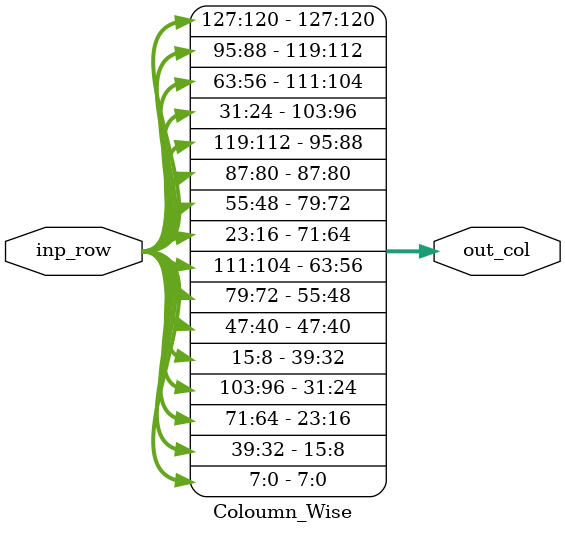
<source format=v>
module Coloumn_Wise (input [127:0] inp_row , output reg [127:0] out_col );

always @(*) begin 
     out_col [127:120] = inp_row [127:120] ;
     out_col [119:112] = inp_row [95 : 88] ;
     out_col [111:104] = inp_row [63 : 56] ;
     out_col [103:96 ] = inp_row [31 : 24] ;
     out_col [95 : 88] = inp_row [119:112] ;
     out_col [87 :80 ] = inp_row [87 :80 ] ;
     out_col [79 :72 ] = inp_row [55 :48 ] ;
     out_col [71 :64 ] = inp_row [23 : 16] ;
     out_col [63 :56 ] = inp_row [111:104] ;
     out_col [55 :48 ] = inp_row [79 :72 ] ;
     out_col [47 :40 ] = inp_row [47 :40 ] ;
     out_col [39 : 32] = inp_row [15 :8  ] ;
     out_col [31 : 24] = inp_row [103: 96] ;
     out_col [23 :16 ] = inp_row [71 :64 ] ;
     out_col [15 :8  ] = inp_row [39 :32 ] ;
     out_col [7  :0  ] = inp_row [7  :0  ] ;
end
endmodule


 

</source>
